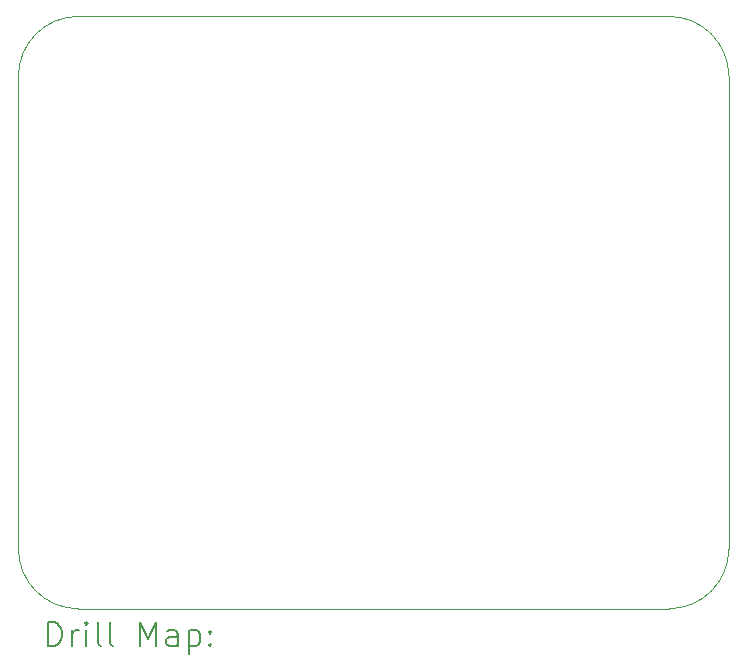
<source format=gbr>
%TF.GenerationSoftware,KiCad,Pcbnew,(6.0.9)*%
%TF.CreationDate,2022-11-19T08:59:57-07:00*%
%TF.ProjectId,AQM,41514d2e-6b69-4636-9164-5f7063625858,rev?*%
%TF.SameCoordinates,Original*%
%TF.FileFunction,Drillmap*%
%TF.FilePolarity,Positive*%
%FSLAX45Y45*%
G04 Gerber Fmt 4.5, Leading zero omitted, Abs format (unit mm)*
G04 Created by KiCad (PCBNEW (6.0.9)) date 2022-11-19 08:59:57*
%MOMM*%
%LPD*%
G01*
G04 APERTURE LIST*
%ADD10C,0.100000*%
%ADD11C,0.200000*%
G04 APERTURE END LIST*
D10*
X14500000Y-9007500D02*
X9500000Y-9007500D01*
X14500000Y-9007500D02*
G75*
G03*
X15007500Y-8500000I0J507500D01*
G01*
X8992500Y-8500000D02*
G75*
G03*
X9500000Y-9007500I507500J0D01*
G01*
X8992500Y-8500000D02*
X8992500Y-4500000D01*
X15007500Y-4500000D02*
X15007500Y-8500000D01*
X9500000Y-3992500D02*
G75*
G03*
X8992500Y-4500000I0J-507500D01*
G01*
X9500000Y-3992500D02*
X14500000Y-3992500D01*
X15007500Y-4500000D02*
G75*
G03*
X14500000Y-3992500I-507500J0D01*
G01*
D11*
X9245119Y-9322976D02*
X9245119Y-9122976D01*
X9292738Y-9122976D01*
X9321310Y-9132500D01*
X9340357Y-9151548D01*
X9349881Y-9170595D01*
X9359405Y-9208690D01*
X9359405Y-9237262D01*
X9349881Y-9275357D01*
X9340357Y-9294405D01*
X9321310Y-9313452D01*
X9292738Y-9322976D01*
X9245119Y-9322976D01*
X9445119Y-9322976D02*
X9445119Y-9189643D01*
X9445119Y-9227738D02*
X9454643Y-9208690D01*
X9464167Y-9199167D01*
X9483214Y-9189643D01*
X9502262Y-9189643D01*
X9568929Y-9322976D02*
X9568929Y-9189643D01*
X9568929Y-9122976D02*
X9559405Y-9132500D01*
X9568929Y-9142024D01*
X9578452Y-9132500D01*
X9568929Y-9122976D01*
X9568929Y-9142024D01*
X9692738Y-9322976D02*
X9673690Y-9313452D01*
X9664167Y-9294405D01*
X9664167Y-9122976D01*
X9797500Y-9322976D02*
X9778452Y-9313452D01*
X9768929Y-9294405D01*
X9768929Y-9122976D01*
X10026071Y-9322976D02*
X10026071Y-9122976D01*
X10092738Y-9265833D01*
X10159405Y-9122976D01*
X10159405Y-9322976D01*
X10340357Y-9322976D02*
X10340357Y-9218214D01*
X10330833Y-9199167D01*
X10311786Y-9189643D01*
X10273690Y-9189643D01*
X10254643Y-9199167D01*
X10340357Y-9313452D02*
X10321310Y-9322976D01*
X10273690Y-9322976D01*
X10254643Y-9313452D01*
X10245119Y-9294405D01*
X10245119Y-9275357D01*
X10254643Y-9256310D01*
X10273690Y-9246786D01*
X10321310Y-9246786D01*
X10340357Y-9237262D01*
X10435595Y-9189643D02*
X10435595Y-9389643D01*
X10435595Y-9199167D02*
X10454643Y-9189643D01*
X10492738Y-9189643D01*
X10511786Y-9199167D01*
X10521310Y-9208690D01*
X10530833Y-9227738D01*
X10530833Y-9284881D01*
X10521310Y-9303929D01*
X10511786Y-9313452D01*
X10492738Y-9322976D01*
X10454643Y-9322976D01*
X10435595Y-9313452D01*
X10616548Y-9303929D02*
X10626071Y-9313452D01*
X10616548Y-9322976D01*
X10607024Y-9313452D01*
X10616548Y-9303929D01*
X10616548Y-9322976D01*
X10616548Y-9199167D02*
X10626071Y-9208690D01*
X10616548Y-9218214D01*
X10607024Y-9208690D01*
X10616548Y-9199167D01*
X10616548Y-9218214D01*
M02*

</source>
